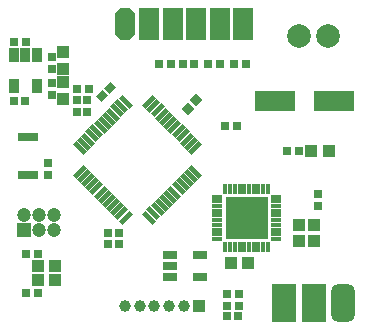
<source format=gts>
G04*
G04 #@! TF.GenerationSoftware,Altium Limited,Altium Designer,22.10.1 (41)*
G04*
G04 Layer_Color=8388736*
%FSLAX25Y25*%
%MOIN*%
G70*
G04*
G04 #@! TF.SameCoordinates,84BF85B8-C2DE-4563-98F9-37A291DCC650*
G04*
G04*
G04 #@! TF.FilePolarity,Negative*
G04*
G01*
G75*
%ADD34R,0.14351X0.14351*%
%ADD35R,0.03532X0.01354*%
%ADD36R,0.01354X0.03532*%
%ADD37R,0.03162X0.03162*%
%ADD38R,0.05131X0.03162*%
%ADD39R,0.03162X0.02769*%
%ADD40R,0.03950X0.04343*%
G04:AMPARAMS|DCode=41|XSize=17.32mil|YSize=51.51mil|CornerRadius=0mil|HoleSize=0mil|Usage=FLASHONLY|Rotation=225.000|XOffset=0mil|YOffset=0mil|HoleType=Round|Shape=Rectangle|*
%AMROTATEDRECTD41*
4,1,4,-0.01209,0.02434,0.02434,-0.01209,0.01209,-0.02434,-0.02434,0.01209,-0.01209,0.02434,0.0*
%
%ADD41ROTATEDRECTD41*%

G04:AMPARAMS|DCode=42|XSize=17.32mil|YSize=51.51mil|CornerRadius=0mil|HoleSize=0mil|Usage=FLASHONLY|Rotation=135.000|XOffset=0mil|YOffset=0mil|HoleType=Round|Shape=Rectangle|*
%AMROTATEDRECTD42*
4,1,4,0.02434,0.01209,-0.01209,-0.02434,-0.02434,-0.01209,0.01209,0.02434,0.02434,0.01209,0.0*
%
%ADD42ROTATEDRECTD42*%

%ADD43R,0.04343X0.03950*%
%ADD44R,0.02769X0.03162*%
%ADD45R,0.13398X0.07099*%
%ADD46R,0.06706X0.02965*%
%ADD47R,0.03162X0.03162*%
%ADD48P,0.04472X4X180.0*%
G04:AMPARAMS|DCode=49|XSize=27.69mil|YSize=31.62mil|CornerRadius=0mil|HoleSize=0mil|Usage=FLASHONLY|Rotation=315.000|XOffset=0mil|YOffset=0mil|HoleType=Round|Shape=Rectangle|*
%AMROTATEDRECTD49*
4,1,4,-0.02097,-0.00139,0.00139,0.02097,0.02097,0.00139,-0.00139,-0.02097,-0.02097,-0.00139,0.0*
%
%ADD49ROTATEDRECTD49*%

%ADD50R,0.03359X0.04737*%
%ADD51C,0.07887*%
%ADD52C,0.03947*%
%ADD53R,0.03947X0.03947*%
%ADD54C,0.04737*%
%ADD55R,0.04737X0.04737*%
%ADD56R,0.06706X0.10642*%
G04:AMPARAMS|DCode=57|XSize=106.42mil|YSize=67.06mil|CornerRadius=0mil|HoleSize=0mil|Usage=FLASHONLY|Rotation=90.000|XOffset=0mil|YOffset=0mil|HoleType=Round|Shape=Octagon|*
%AMOCTAGOND57*
4,1,8,0.01676,0.05321,-0.01676,0.05321,-0.03353,0.03645,-0.03353,-0.03645,-0.01676,-0.05321,0.01676,-0.05321,0.03353,-0.03645,0.03353,0.03645,0.01676,0.05321,0.0*
%
%ADD57OCTAGOND57*%

%ADD58R,0.07887X0.12611*%
G04:AMPARAMS|DCode=59|XSize=126.11mil|YSize=78.87mil|CornerRadius=21.72mil|HoleSize=0mil|Usage=FLASHONLY|Rotation=270.000|XOffset=0mil|YOffset=0mil|HoleType=Round|Shape=RoundedRectangle|*
%AMROUNDEDRECTD59*
21,1,0.12611,0.03543,0,0,270.0*
21,1,0.08268,0.07887,0,0,270.0*
1,1,0.04343,-0.01772,-0.04134*
1,1,0.04343,-0.01772,0.04134*
1,1,0.04343,0.01772,0.04134*
1,1,0.04343,0.01772,-0.04134*
%
%ADD59ROUNDEDRECTD59*%
%ADD60C,0.02178*%
D34*
X82205Y38874D02*
D03*
D35*
X91945Y45961D02*
D03*
Y44386D02*
D03*
Y42811D02*
D03*
Y41237D02*
D03*
Y39662D02*
D03*
Y38087D02*
D03*
Y36512D02*
D03*
Y34937D02*
D03*
Y33363D02*
D03*
Y31788D02*
D03*
X72464D02*
D03*
Y33363D02*
D03*
Y34937D02*
D03*
Y36512D02*
D03*
Y38087D02*
D03*
Y39662D02*
D03*
Y41237D02*
D03*
Y42811D02*
D03*
Y44386D02*
D03*
Y45961D02*
D03*
D36*
X89291Y29134D02*
D03*
X87717D02*
D03*
X86142D02*
D03*
X84567D02*
D03*
X82992D02*
D03*
X81417D02*
D03*
X79843D02*
D03*
X78268D02*
D03*
X76693D02*
D03*
X75118D02*
D03*
Y48615D02*
D03*
X76693D02*
D03*
X78268D02*
D03*
X79843D02*
D03*
X81417D02*
D03*
X82992D02*
D03*
X84567D02*
D03*
X86142D02*
D03*
X87717D02*
D03*
X89291D02*
D03*
D37*
X52992Y90079D02*
D03*
X56929D02*
D03*
X78110D02*
D03*
X82047D02*
D03*
X73347D02*
D03*
X69409D02*
D03*
X64803D02*
D03*
X60866D02*
D03*
X4646Y97474D02*
D03*
X8583D02*
D03*
X12520Y13780D02*
D03*
X8583D02*
D03*
X12520Y26890D02*
D03*
X8583D02*
D03*
X99646Y61024D02*
D03*
X95709D02*
D03*
D38*
X66732Y19055D02*
D03*
Y26535D02*
D03*
X56496Y19055D02*
D03*
Y22795D02*
D03*
Y26535D02*
D03*
D39*
X78863Y69522D02*
D03*
X74926D02*
D03*
X25709Y81653D02*
D03*
X29646D02*
D03*
X75512Y6102D02*
D03*
X79449D02*
D03*
X4528Y77913D02*
D03*
X8465D02*
D03*
D40*
X82559Y23661D02*
D03*
X77047D02*
D03*
X12559Y17992D02*
D03*
X18465D02*
D03*
Y22716D02*
D03*
X12559D02*
D03*
X103661Y61024D02*
D03*
X109567D02*
D03*
D41*
X41877Y77436D02*
D03*
X40485Y76044D02*
D03*
X39093Y74652D02*
D03*
X37701Y73260D02*
D03*
X36309Y71868D02*
D03*
X34917Y70477D02*
D03*
X33525Y69085D02*
D03*
X32133Y67693D02*
D03*
X30741Y66301D02*
D03*
X29349Y64909D02*
D03*
X27957Y63517D02*
D03*
X26566Y62125D02*
D03*
X49759Y38932D02*
D03*
X51151Y40324D02*
D03*
X52543Y41716D02*
D03*
X53934Y43108D02*
D03*
X55326Y44500D02*
D03*
X56718Y45891D02*
D03*
X58110Y47284D02*
D03*
X59502Y48675D02*
D03*
X60894Y50067D02*
D03*
X62286Y51459D02*
D03*
X63678Y52851D02*
D03*
X65070Y54243D02*
D03*
D42*
X26566D02*
D03*
X27957Y52851D02*
D03*
X29349Y51459D02*
D03*
X30741Y50067D02*
D03*
X32133Y48675D02*
D03*
X33525Y47284D02*
D03*
X34917Y45891D02*
D03*
X36309Y44500D02*
D03*
X37701Y43108D02*
D03*
X39093Y41716D02*
D03*
X40485Y40324D02*
D03*
X41877Y38932D02*
D03*
X65070Y62125D02*
D03*
X63678Y63517D02*
D03*
X62286Y64909D02*
D03*
X60894Y66301D02*
D03*
X59502Y67693D02*
D03*
X58110Y69085D02*
D03*
X56718Y70477D02*
D03*
X55326Y71868D02*
D03*
X53934Y73260D02*
D03*
X52543Y74652D02*
D03*
X51151Y76044D02*
D03*
X49759Y77436D02*
D03*
D43*
X21142Y88504D02*
D03*
Y94016D02*
D03*
X104685Y30984D02*
D03*
Y36496D02*
D03*
X99764Y30984D02*
D03*
Y36496D02*
D03*
X21142Y78622D02*
D03*
Y84134D02*
D03*
D44*
X105866Y42874D02*
D03*
Y46811D02*
D03*
X15905Y53031D02*
D03*
Y56968D02*
D03*
X25709Y74094D02*
D03*
Y78031D02*
D03*
X79527Y9606D02*
D03*
Y13543D02*
D03*
X17165Y88622D02*
D03*
Y92559D02*
D03*
X28976Y77992D02*
D03*
Y74055D02*
D03*
X17165Y79803D02*
D03*
Y83740D02*
D03*
D45*
X111181Y77716D02*
D03*
X91496D02*
D03*
D46*
X9488Y52992D02*
D03*
Y65787D02*
D03*
D47*
X36102Y33937D02*
D03*
Y30000D02*
D03*
X39646D02*
D03*
Y33937D02*
D03*
X75630Y9606D02*
D03*
Y13543D02*
D03*
D48*
X65290Y77967D02*
D03*
X62506Y75183D02*
D03*
D49*
X33923Y79396D02*
D03*
X36707Y82179D02*
D03*
D50*
X12165Y82795D02*
D03*
X4685D02*
D03*
X4685Y93032D02*
D03*
X12165D02*
D03*
X8425D02*
D03*
D51*
X109370Y99488D02*
D03*
X99528D02*
D03*
D52*
X41614Y9488D02*
D03*
X46535D02*
D03*
X51457D02*
D03*
X56378D02*
D03*
X61299D02*
D03*
D53*
X66220D02*
D03*
D54*
X17835Y39783D02*
D03*
Y34784D02*
D03*
X12835Y39783D02*
D03*
Y34784D02*
D03*
X7835Y39783D02*
D03*
D55*
Y34784D02*
D03*
D56*
X81142Y103622D02*
D03*
X65394D02*
D03*
X57520D02*
D03*
X49646D02*
D03*
X73268D02*
D03*
D57*
X41772D02*
D03*
D58*
X94724Y10315D02*
D03*
X104567D02*
D03*
D59*
X114409D02*
D03*
D60*
X76890Y33559D02*
D03*
Y37103D02*
D03*
Y40646D02*
D03*
X76890Y44189D02*
D03*
X80433D02*
D03*
X83976D02*
D03*
X87520D02*
D03*
X80433Y40646D02*
D03*
Y37103D02*
D03*
Y33559D02*
D03*
X83976Y40646D02*
D03*
Y37103D02*
D03*
Y33559D02*
D03*
X87520Y40646D02*
D03*
Y37103D02*
D03*
Y33559D02*
D03*
M02*

</source>
